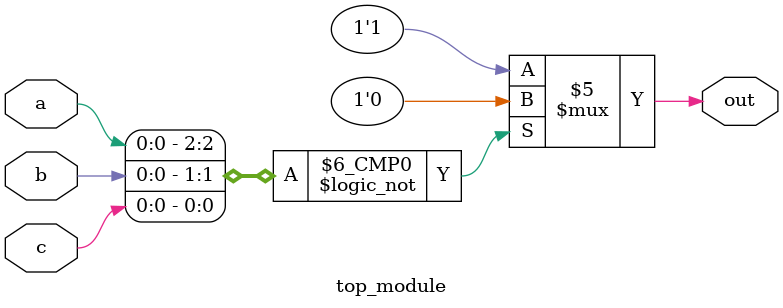
<source format=sv>
module top_module(
    input a,
    input b,
    input c,
    output out
);

	reg out;

	always@(a or b or c)
		begin
			case({a,b,c})
				0: out <= 0;
				1: out <= 1;
				3: out <= 1;
				default: out <= 1;
			endcase
		end

endmodule

</source>
